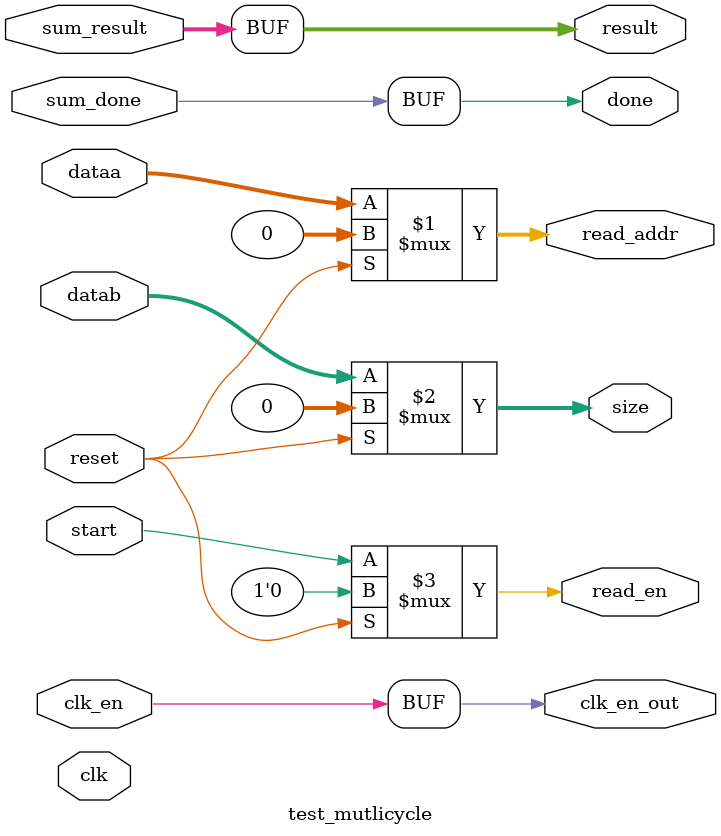
<source format=v>
module test_mutlicycle (
	clk,
	dataa,
	datab,
	result,
	start,
	reset,
	clk_en,
	done,
	read_addr,
	size,
	read_en,
	sum_result,
	sum_done,
	clk_en_out
	);

input [31:0] dataa,datab,sum_result;
input clk,start,sum_done,clk_en,reset;

output [31:0] result,read_addr,size;
output done, read_en, clk_en_out;

assign read_addr = (reset) ? 32'd0 : dataa;
assign size = (reset) ? 32'd0 : datab;
assign read_en = (reset) ? 1'b0 : start;

assign result = sum_result;
assign done = sum_done;

assign clk_en_out = clk_en;

endmodule
</source>
